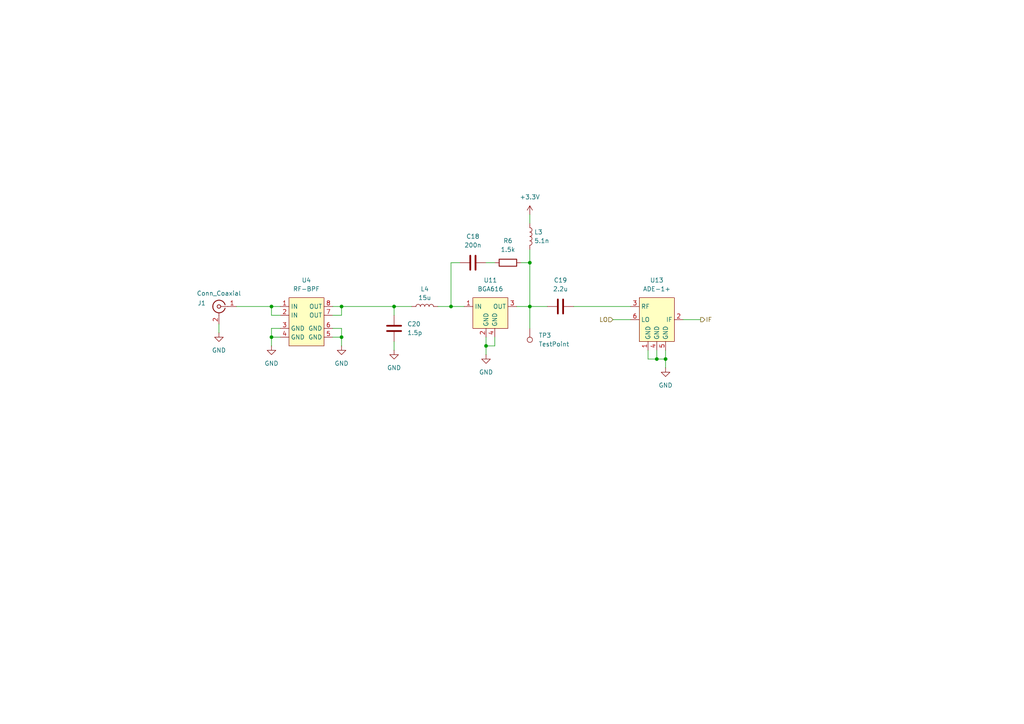
<source format=kicad_sch>
(kicad_sch (version 20231120) (generator "eeschema") (generator_version "8.0")
  (paper "A4")
  (lib_symbols
    (symbol "Connector:Conn_Coaxial" (pin_names (offset 1.016) hide)
      (property "Reference" "J" (at 0.254 3.048 0))
      (property "Value" "Conn_Coaxial" (at 2.921 0 90))
      (symbol "Conn_Coaxial_0_1"
        (arc (start -1.778 -0.508) (mid 0.2311 -1.8066) (end 1.778 0) (stroke (width 0.254)))
        (polyline (pts (xy -2.54 0) (xy -0.508 0)))
        (polyline (pts (xy 0 -2.54) (xy 0 -1.778)))
        (circle (center 0 0) (radius 0.508) (stroke (width 0.2032)))
        (arc (start 1.778 0) (mid 0.2099 1.8101) (end -1.778 0.508) (stroke (width 0.254)))
      )
      (symbol "Conn_Coaxial_1_1"
        (pin passive line (at -5.08 0 0) (length 2.54) (name "In") (number "1"))
        (pin passive line (at 0 -5.08 90) (length 2.54) (name "Ext") (number "2"))
      )
    )
    (symbol "Connector:TestPoint" (pin_numbers hide) (pin_names (offset 0.762) hide)
      (property "Reference" "TP" (at 0 6.858 0))
      (property "Value" "TestPoint" (at 0 5.08 0))
      (symbol "TestPoint_0_1"
        (circle (center 0 3.302) (radius 0.762))
      )
      (symbol "TestPoint_1_1"
        (pin passive line (at 0 0 90) (length 2.54) (name "1") (number "1"))
      )
    )
    (symbol "Device:C" (pin_numbers hide) (pin_names (offset 0.254))
      (property "Reference" "C" (at 0.635 2.54 0))
      (property "Value" "C" (at 0.635 -2.54 0))
      (symbol "C_0_1"
        (polyline (pts (xy -2.032 -0.762) (xy 2.032 -0.762)) (stroke (width 0.508)))
        (polyline (pts (xy -2.032 0.762) (xy 2.032 0.762)) (stroke (width 0.508)))
      )
      (symbol "C_1_1"
        (pin passive line (at 0 3.81 270) (length 2.794) (name "~") (number "1"))
        (pin passive line (at 0 -3.81 90) (length 2.794) (name "~") (number "2"))
      )
    )
    (symbol "Device:L" (pin_numbers hide) (pin_names (offset 1.016) hide)
      (property "Reference" "L" (at -1.27 0 90))
      (property "Value" "L" (at 1.905 0 90))
      (symbol "L_0_1"
        (arc (start 0 -2.54) (mid 0.6323 -1.905) (end 0 -1.27))
        (arc (start 0 -1.27) (mid 0.6323 -0.635) (end 0 0))
        (arc (start 0 0) (mid 0.6323 0.635) (end 0 1.27))
        (arc (start 0 1.27) (mid 0.6323 1.905) (end 0 2.54))
      )
      (symbol "L_1_1"
        (pin passive line (at 0 3.81 270) (length 1.27) (name "1") (number "1"))
        (pin passive line (at 0 -3.81 90) (length 1.27) (name "2") (number "2"))
      )
    )
    (symbol "Device:R" (pin_numbers hide) (pin_names (offset 0))
      (property "Reference" "R" (at 2.032 0 90))
      (property "Value" "R" (at 0 0 90))
      (symbol "R_0_1"
        (rectangle (start -1.016 -2.54) (end 1.016 2.54) (stroke (width 0.254)))
      )
      (symbol "R_1_1"
        (pin passive line (at 0 3.81 270) (length 1.27) (name "~") (number "1"))
        (pin passive line (at 0 -3.81 90) (length 1.27) (name "~") (number "2"))
      )
    )
    (symbol "msr20:ADE-1+"
      (property "Reference" "U" (at 0 10.16 0))
      (property "Value" "ADE-1+" (at 0 7.62 0))
      (symbol "ADE-1+_1_1"
        (rectangle (start -5.08 6.35) (end 5.08 -6.35) (fill (type background)))
        (pin power_in line (at -2.54 -8.89 90) (length 2.54) (name "GND") (number "1"))
        (pin output line (at 7.62 0 180) (length 2.54) (name "IF") (number "2"))
        (pin input line (at -7.62 3.81 0) (length 2.54) (name "RF") (number "3"))
        (pin power_in line (at 0 -8.89 90) (length 2.54) (name "GND") (number "4"))
        (pin power_in line (at 2.54 -8.89 90) (length 2.54) (name "GND") (number "5"))
        (pin input line (at -7.62 0 0) (length 2.54) (name "LO") (number "6"))
      )
    )
    (symbol "msr20:BGA616"
      (property "Reference" "U" (at 0 3.81 0))
      (property "Value" "BGA616" (at 0 1.27 0))
      (symbol "BGA616_1_1"
        (rectangle (start -5.08 0) (end 5.08 -8.89) (fill (type background)))
        (pin input line (at -7.62 -2.54 0) (length 2.54) (name "IN") (number "1"))
        (pin power_in line (at -1.27 -11.43 90) (length 2.54) (name "GND") (number "2"))
        (pin output line (at 7.62 -2.54 180) (length 2.54) (name "OUT") (number "3"))
        (pin power_in line (at 1.27 -11.43 90) (length 2.54) (name "GND") (number "4"))
      )
    )
    (symbol "msr20:RF-BPF"
      (property "Reference" "U" (at 0 3.81 0))
      (property "Value" "RF-BPF" (at 0 1.27 0))
      (symbol "RF-BPF_1_1"
        (rectangle (start -5.08 0) (end 5.08 -13.97) (fill (type background)))
        (pin input line (at -7.62 -2.54 0) (length 2.54) (name "IN") (number "1"))
        (pin input line (at -7.62 -5.08 0) (length 2.54) (name "IN") (number "2"))
        (pin power_in line (at -7.62 -8.89 0) (length 2.54) (name "GND") (number "3"))
        (pin power_in line (at -7.62 -11.43 0) (length 2.54) (name "GND") (number "4"))
        (pin power_in line (at 7.62 -11.43 180) (length 2.54) (name "GND") (number "5"))
        (pin power_in line (at 7.62 -8.89 180) (length 2.54) (name "GND") (number "6"))
        (pin output line (at 7.62 -5.08 180) (length 2.54) (name "OUT") (number "7"))
        (pin output line (at 7.62 -2.54 180) (length 2.54) (name "OUT") (number "8"))
      )
    )
    (symbol "power:+3.3V" (power) (pin_numbers hide) (pin_names (offset 0) hide)
      (property "Value" "+3.3V" (at 0 3.556 0))
      (symbol "+3.3V_0_1"
        (polyline (pts (xy -0.762 1.27) (xy 0 2.54)))
        (polyline (pts (xy 0 0) (xy 0 2.54)))
        (polyline (pts (xy 0 2.54) (xy 0.762 1.27)))
      )
      (symbol "+3.3V_1_1"
        (pin power_in line (at 0 0 90) (length 0) (name "~") (number "1"))
      )
    )
    (symbol "power:GND" (power) (pin_numbers hide) (pin_names (offset 0) hide)
      (property "Value" "GND" (at 0 -3.81 0))
      (symbol "GND_0_1"
        (polyline (pts (xy 0 0) (xy 0 -1.27) (xy 1.27 -1.27) (xy 0 -2.54) (xy -1.27 -1.27) (xy 0 -1.27)))
      )
      (symbol "GND_1_1"
        (pin power_in line (at 0 0 270) (length 0) (name "~") (number "1"))
      )
    )
  )
  (junction (at 140.97 100.33))
  (junction (at 153.67 88.9))
  (junction (at 153.67 76.2))
  (junction (at 130.81 88.9))
  (junction (at 99.06 97.79))
  (junction (at 78.74 88.9))
  (junction (at 193.04 104.14))
  (junction (at 99.06 88.9))
  (junction (at 78.74 97.79))
  (junction (at 190.5 104.14))
  (junction (at 114.3 88.9))
  (wire (pts (xy 143.51 97.79) (xy 143.51 100.33)))
  (wire (pts (xy 99.06 95.25) (xy 99.06 97.79)))
  (wire (pts (xy 130.81 76.2) (xy 130.81 88.9)))
  (wire (pts (xy 133.35 76.2) (xy 130.81 76.2)))
  (wire (pts (xy 78.74 97.79) (xy 81.28 97.79)))
  (wire (pts (xy 140.97 97.79) (xy 140.97 100.33)))
  (wire (pts (xy 96.52 95.25) (xy 99.06 95.25)))
  (wire (pts (xy 198.12 92.71) (xy 203.2 92.71)))
  (wire (pts (xy 153.67 62.23) (xy 153.67 64.77)))
  (wire (pts (xy 166.37 88.9) (xy 182.88 88.9)))
  (wire (pts (xy 182.88 92.71) (xy 177.8 92.71)))
  (wire (pts (xy 99.06 91.44) (xy 99.06 88.9)))
  (wire (pts (xy 78.74 91.44) (xy 78.74 88.9)))
  (wire (pts (xy 190.5 104.14) (xy 193.04 104.14)))
  (wire (pts (xy 193.04 101.6) (xy 193.04 104.14)))
  (wire (pts (xy 96.52 97.79) (xy 99.06 97.79)))
  (wire (pts (xy 140.97 100.33) (xy 140.97 102.87)))
  (wire (pts (xy 151.13 76.2) (xy 153.67 76.2)))
  (wire (pts (xy 114.3 99.06) (xy 114.3 101.6)))
  (wire (pts (xy 153.67 72.39) (xy 153.67 76.2)))
  (wire (pts (xy 153.67 88.9) (xy 149.86 88.9)))
  (wire (pts (xy 81.28 91.44) (xy 78.74 91.44)))
  (wire (pts (xy 140.97 76.2) (xy 143.51 76.2)))
  (wire (pts (xy 127 88.9) (xy 130.81 88.9)))
  (wire (pts (xy 78.74 88.9) (xy 81.28 88.9)))
  (wire (pts (xy 78.74 97.79) (xy 78.74 100.33)))
  (wire (pts (xy 190.5 101.6) (xy 190.5 104.14)))
  (wire (pts (xy 99.06 88.9) (xy 96.52 88.9)))
  (wire (pts (xy 153.67 88.9) (xy 158.75 88.9)))
  (wire (pts (xy 99.06 97.79) (xy 99.06 100.33)))
  (wire (pts (xy 187.96 101.6) (xy 187.96 104.14)))
  (wire (pts (xy 114.3 88.9) (xy 119.38 88.9)))
  (wire (pts (xy 78.74 95.25) (xy 78.74 97.79)))
  (wire (pts (xy 81.28 95.25) (xy 78.74 95.25)))
  (wire (pts (xy 143.51 100.33) (xy 140.97 100.33)))
  (wire (pts (xy 114.3 88.9) (xy 114.3 91.44)))
  (wire (pts (xy 187.96 104.14) (xy 190.5 104.14)))
  (wire (pts (xy 96.52 91.44) (xy 99.06 91.44)))
  (wire (pts (xy 99.06 88.9) (xy 114.3 88.9)))
  (wire (pts (xy 193.04 104.14) (xy 193.04 106.68)))
  (wire (pts (xy 153.67 76.2) (xy 153.67 88.9)))
  (wire (pts (xy 153.67 88.9) (xy 153.67 95.25)))
  (wire (pts (xy 63.5 93.98) (xy 63.5 96.52)))
  (wire (pts (xy 130.81 88.9) (xy 134.62 88.9)))
  (wire (pts (xy 68.58 88.9) (xy 78.74 88.9)))
  (hierarchical_label "IF" (shape output) (at 203.2 92.71 0))
  (hierarchical_label "LO" (shape input) (at 177.8 92.71 180))
  (symbol (lib_id "Device:L") (at 153.67 68.58 0) (unit 1)
    (property "Reference" "L3" (at 154.94 67.3099 0) (effects (justify left)))
    (property "Value" "5.1n" (at 154.94 69.8499 0) (effects (justify left)))
    (property "Footprint" "Inductor_SMD:L_0805_2012Metric" (effects (hide yes)))
    (property "Description" "Inductor" (effects (hide yes)))
  )
  (symbol (lib_id "Connector:TestPoint") (at 153.67 95.25 180) (unit 1)
    (property "Reference" "TP3" (at 156.21 97.2819 0) (effects (justify right)))
    (property "Value" "TestPoint" (at 156.21 99.8219 0) (effects (justify right)))
    (property "Footprint" "TestPoint:TestPoint_Pad_D1.0mm" (effects (hide yes)))
    (property "Description" "test point" (effects (hide yes)))
  )
  (symbol (lib_id "power:GND") (at 63.5 96.52 0) (unit 1)
    (property "Reference" "#PWR01" (effects (hide yes)))
    (property "Value" "GND" (at 63.5 101.6 0))
    (property "Description" "Power symbol creates a global label with name \"GND\" , ground" (effects (hide yes)))
  )
  (symbol (lib_id "Device:R") (at 147.32 76.2 90) (unit 1)
    (property "Reference" "R6" (at 147.32 69.85 90))
    (property "Value" "1.5k" (at 147.32 72.39 90))
    (property "Footprint" "Resistor_SMD:R_0805_2012Metric" (effects (hide yes)))
    (property "Description" "Resistor" (effects (hide yes)))
  )
  (symbol (lib_id "msr20:BGA616") (at 142.24 86.36 0) (unit 1)
    (property "Reference" "U11" (at 142.24 81.28 0))
    (property "Value" "BGA616" (at 142.24 83.82 0))
    (property "Footprint" "msr20:BGA616" (effects (hide yes)))
  )
  (symbol (lib_id "power:+3.3V") (at 153.67 62.23 0) (unit 1)
    (property "Reference" "#PWR07" (effects (hide yes)))
    (property "Value" "+3.3V" (at 153.67 57.15 0))
    (property "Description" "Power symbol creates a global label with name \"+3.3V\"" (effects (hide yes)))
  )
  (symbol (lib_id "power:GND") (at 99.06 100.33 0) (unit 1)
    (property "Reference" "#PWR041" (effects (hide yes)))
    (property "Value" "GND" (at 99.06 105.41 0))
    (property "Description" "Power symbol creates a global label with name \"GND\" , ground" (effects (hide yes)))
  )
  (symbol (lib_id "Device:C") (at 114.3 95.25 0) (unit 1)
    (property "Reference" "C20" (at 118.11 93.9799 0) (effects (justify left)))
    (property "Value" "1.5p" (at 118.11 96.5199 0) (effects (justify left)))
    (property "Footprint" "Capacitor_SMD:C_0805_2012Metric" (effects (hide yes)))
    (property "Description" "Unpolarized capacitor" (effects (hide yes)))
  )
  (symbol (lib_id "Device:L") (at 123.19 88.9 90) (unit 1)
    (property "Reference" "L4" (at 123.19 83.82 90))
    (property "Value" "15u" (at 123.19 86.36 90))
    (property "Footprint" "Inductor_SMD:L_0805_2012Metric" (effects (hide yes)))
    (property "Description" "Inductor" (effects (hide yes)))
  )
  (symbol (lib_id "Device:C") (at 137.16 76.2 90) (unit 1)
    (property "Reference" "C18" (at 137.16 68.58 90))
    (property "Value" "200n" (at 137.16 71.12 90))
    (property "Footprint" "Capacitor_SMD:C_0805_2012Metric" (effects (hide yes)))
    (property "Description" "Unpolarized capacitor" (effects (hide yes)))
  )
  (symbol (lib_id "power:GND") (at 140.97 102.87 0) (unit 1)
    (property "Reference" "#PWR043" (effects (hide yes)))
    (property "Value" "GND" (at 140.97 107.95 0))
    (property "Description" "Power symbol creates a global label with name \"GND\" , ground" (effects (hide yes)))
  )
  (symbol (lib_id "power:GND") (at 114.3 101.6 0) (unit 1)
    (property "Reference" "#PWR042" (effects (hide yes)))
    (property "Value" "GND" (at 114.3 106.68 0))
    (property "Description" "Power symbol creates a global label with name \"GND\" , ground" (effects (hide yes)))
  )
  (symbol (lib_id "power:GND") (at 78.74 100.33 0) (unit 1)
    (property "Reference" "#PWR040" (effects (hide yes)))
    (property "Value" "GND" (at 78.74 105.41 0))
    (property "Description" "Power symbol creates a global label with name \"GND\" , ground" (effects (hide yes)))
  )
  (symbol (lib_id "Device:C") (at 162.56 88.9 90) (unit 1)
    (property "Reference" "C19" (at 162.56 81.28 90))
    (property "Value" "2.2u" (at 162.56 83.82 90))
    (property "Footprint" "Capacitor_SMD:C_0805_2012Metric" (effects (hide yes)))
    (property "Description" "Unpolarized capacitor" (effects (hide yes)))
  )
  (symbol (lib_id "Connector:Conn_Coaxial") (at 63.5 88.9 0) (mirror y) (unit 1)
    (property "Reference" "J1" (at 59.69 87.9231 0) (effects (justify left)))
    (property "Value" "Conn_Coaxial" (at 63.5 85.09 0))
    (property "Footprint" "Connector_Coaxial:BNC_Amphenol_B6252HB-NPP3G-50_Horizontal" (effects (hide yes)))
    (property "Datasheet" " ~" (effects (hide yes)))
    (property "Description" "coaxial connector (BNC, SMA, SMB, SMC, Cinch/RCA, LEMO, ...)" (effects (hide yes)))
  )
  (symbol (lib_id "power:GND") (at 193.04 106.68 0) (unit 1)
    (property "Reference" "#PWR044" (effects (hide yes)))
    (property "Value" "GND" (at 193.04 111.76 0))
    (property "Description" "Power symbol creates a global label with name \"GND\" , ground" (effects (hide yes)))
  )
  (symbol (lib_id "msr20:RF-BPF") (at 88.9 86.36 0) (unit 1)
    (property "Reference" "U4" (at 88.8658 81.28 0))
    (property "Value" "RF-BPF" (at 88.8658 83.82 0))
    (property "Footprint" "msr20:RF-BPF" (effects (hide yes)))
  )
  (symbol (lib_id "msr20:ADE-1+") (at 190.5 92.71 0) (unit 1)
    (property "Reference" "U13" (at 190.5 81.28 0))
    (property "Value" "ADE-1+" (at 190.5 83.82 0))
    (property "Footprint" "RF_Mini-Circuits:Mini-Circuits_CD636_H4.11mm" (effects (hide yes)))
  )
)
</source>
